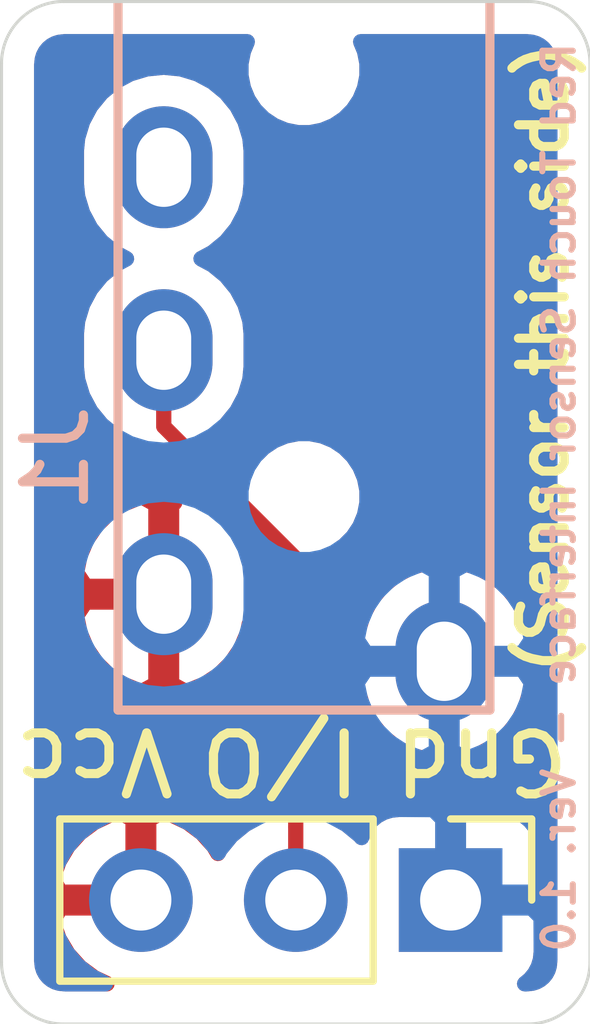
<source format=kicad_pcb>
(kicad_pcb (version 20171130) (host pcbnew 5.1.5-52549c5~84~ubuntu16.04.1)

  (general
    (thickness 1)
    (drawings 13)
    (tracks 5)
    (zones 0)
    (modules 2)
    (nets 5)
  )

  (page USLetter)
  (title_block
    (title "Mini Touch Sensor  Interface Board")
    (date 2019-07-24)
    (rev 1.0)
    (comment 1 "Copyright 2019 Don Haig (accessible.aac at gmail dot com)")
    (comment 2 http://creativecommons.org/licenses/by-sa/4.0/)
    (comment 3 "Creative Commons Attribution-ShareAlike 4.0 International License")
    (comment 4 "This work is licensed under a:")
  )

  (layers
    (0 F.Cu signal hide)
    (31 B.Cu signal hide)
    (32 B.Adhes user)
    (33 F.Adhes user)
    (34 B.Paste user)
    (35 F.Paste user)
    (36 B.SilkS user)
    (37 F.SilkS user)
    (38 B.Mask user)
    (39 F.Mask user)
    (40 Dwgs.User user)
    (41 Cmts.User user)
    (42 Eco1.User user)
    (43 Eco2.User user)
    (44 Edge.Cuts user)
    (45 Margin user)
    (46 B.CrtYd user)
    (47 F.CrtYd user)
    (48 B.Fab user)
    (49 F.Fab user)
  )

  (setup
    (last_trace_width 0.25)
    (trace_clearance 0.2)
    (zone_clearance 0.508)
    (zone_45_only no)
    (trace_min 0.2)
    (via_size 0.8)
    (via_drill 0.4)
    (via_min_size 0.4)
    (via_min_drill 0.3)
    (uvia_size 0.3)
    (uvia_drill 0.1)
    (uvias_allowed no)
    (uvia_min_size 0.2)
    (uvia_min_drill 0.1)
    (edge_width 0.05)
    (segment_width 0.2)
    (pcb_text_width 0.3)
    (pcb_text_size 1.5 1.5)
    (mod_edge_width 0.12)
    (mod_text_size 1 1)
    (mod_text_width 0.15)
    (pad_size 1.524 1.524)
    (pad_drill 0.762)
    (pad_to_mask_clearance 0.051)
    (solder_mask_min_width 0.25)
    (aux_axis_origin 0 0)
    (visible_elements FFFFFF7F)
    (pcbplotparams
      (layerselection 0x010fc_ffffffff)
      (usegerberextensions true)
      (usegerberattributes false)
      (usegerberadvancedattributes false)
      (creategerberjobfile false)
      (excludeedgelayer true)
      (linewidth 0.100000)
      (plotframeref false)
      (viasonmask false)
      (mode 1)
      (useauxorigin false)
      (hpglpennumber 1)
      (hpglpenspeed 20)
      (hpglpendiameter 15.000000)
      (psnegative false)
      (psa4output false)
      (plotreference true)
      (plotvalue true)
      (plotinvisibletext false)
      (padsonsilk false)
      (subtractmaskfromsilk false)
      (outputformat 1)
      (mirror false)
      (drillshape 0)
      (scaleselection 1)
      (outputdirectory "gerber/"))
  )

  (net 0 "")
  (net 1 GND)
  (net 2 +5V)
  (net 3 /Signal)
  (net 4 "Net-(J1-Pad2)")

  (net_class Default "This is the default net class."
    (clearance 0.2)
    (trace_width 0.25)
    (via_dia 0.8)
    (via_drill 0.4)
    (uvia_dia 0.3)
    (uvia_drill 0.1)
    (add_net +5V)
    (add_net /Signal)
    (add_net GND)
    (add_net "Net-(J1-Pad2)")
  )

  (module dbh_kicad_library:Red_Touch_Module (layer F.Cu) (tedit 5D38829B) (tstamp 5D388371)
    (at 137.922 113.284 270)
    (descr "Through hole straight pin header, 1x03, 2.54mm pitch, single row")
    (tags "Through hole pin header THT 1x03 2.54mm single row")
    (path /5D38CCA9)
    (fp_text reference S1 (at 0 -2.33 90) (layer F.SilkS) hide
      (effects (font (size 1 1) (thickness 0.15)))
    )
    (fp_text value red_touch_sensor (at -6.858 8.128 90) (layer F.Fab)
      (effects (font (size 1 1) (thickness 0.15)))
    )
    (fp_text user %R (at 0 2.54) (layer F.Fab)
      (effects (font (size 1 1) (thickness 0.15)))
    )
    (fp_line (start 1.8 -1.8) (end -1.8 -1.8) (layer F.CrtYd) (width 0.05))
    (fp_line (start 1.8 6.85) (end 1.8 -1.8) (layer F.CrtYd) (width 0.05))
    (fp_line (start -1.8 6.85) (end 1.8 6.85) (layer F.CrtYd) (width 0.05))
    (fp_line (start -1.8 -1.8) (end -1.8 6.85) (layer F.CrtYd) (width 0.05))
    (fp_line (start -1.33 -1.33) (end 0 -1.33) (layer F.SilkS) (width 0.12))
    (fp_line (start -1.33 0) (end -1.33 -1.33) (layer F.SilkS) (width 0.12))
    (fp_line (start -1.33 1.27) (end 1.33 1.27) (layer F.SilkS) (width 0.12))
    (fp_line (start 1.33 1.27) (end 1.33 6.41) (layer F.SilkS) (width 0.12))
    (fp_line (start -1.33 1.27) (end -1.33 6.41) (layer F.SilkS) (width 0.12))
    (fp_line (start -1.33 6.41) (end 1.33 6.41) (layer F.SilkS) (width 0.12))
    (fp_line (start -1.27 -0.635) (end -0.635 -1.27) (layer F.Fab) (width 0.1))
    (fp_line (start -1.27 6.35) (end -1.27 -0.635) (layer F.Fab) (width 0.1))
    (fp_line (start 1.27 6.35) (end -1.27 6.35) (layer F.Fab) (width 0.1))
    (fp_line (start 1.27 -1.27) (end 1.27 6.35) (layer F.Fab) (width 0.1))
    (fp_line (start -0.635 -1.27) (end 1.27 -1.27) (layer F.Fab) (width 0.1))
    (pad 3 thru_hole oval (at 0 5.08 270) (size 1.7 1.7) (drill 1) (layers *.Cu *.Mask)
      (net 2 +5V))
    (pad 2 thru_hole oval (at 0 2.54 270) (size 1.7 1.7) (drill 1) (layers *.Cu *.Mask)
      (net 3 /Signal))
    (pad 1 thru_hole rect (at 0 0 270) (size 1.7 1.7) (drill 1) (layers *.Cu *.Mask)
      (net 1 GND))
    (model /home/don/kicad/libraries/dbh_kicad_library/3D_models/red_touch_sensor/red_touch_sensor.wrl
      (offset (xyz -6.1 -2.55 2.6))
      (scale (xyz 0.4 0.4 0.4))
      (rotate (xyz 0 0 90))
    )
  )

  (module dbh_kicad_library:PJ-320A (layer B.Cu) (tedit 5C8461F3) (tstamp 5CAE529D)
    (at 133.477 101.219 270)
    (path /5CAF3F7B)
    (fp_text reference J1 (at 4.826 2.032 90) (layer B.SilkS)
      (effects (font (size 1 1) (thickness 0.15)) (justify mirror))
    )
    (fp_text value PJ320A (at 1.48 -3.97 90) (layer B.Fab)
      (effects (font (size 1 1) (thickness 0.15)) (justify mirror))
    )
    (fp_line (start -5.15 0.76) (end -5.15 -4.84) (layer B.SilkS) (width 0.15))
    (fp_line (start -3.15 -4.84) (end -5.15 -4.84) (layer B.SilkS) (width 0.15))
    (fp_line (start -3.15 0.76) (end -5.15 0.76) (layer B.SilkS) (width 0.15))
    (fp_line (start -3.15 -5.09) (end 8.95 -5.09) (layer B.SilkS) (width 0.15))
    (fp_line (start -3.15 1.01) (end 8.95 1.01) (layer B.SilkS) (width 0.15))
    (fp_line (start 8.95 1.01) (end 8.95 -5.09) (layer B.SilkS) (width 0.15))
    (fp_line (start -3.15 1.01) (end -3.15 -5.09) (layer B.SilkS) (width 0.15))
    (pad 5 thru_hole oval (at 8.15 -4.34 180) (size 1.6 2) (drill oval 0.9 1.3) (layers *.Cu *.Mask)
      (net 1 GND))
    (pad 4 thru_hole oval (at 7.05 0.26 180) (size 1.6 2) (drill oval 0.9 1.3) (layers *.Cu *.Mask)
      (net 2 +5V))
    (pad 2 thru_hole oval (at 0.05 0.26 180) (size 1.6 2) (drill oval 0.9 1.3) (layers *.Cu *.Mask)
      (net 4 "Net-(J1-Pad2)"))
    (pad "" np_thru_hole circle (at 5.45 -2.04 180) (size 0.8 0.8) (drill 0.8) (layers *.Cu *.Mask))
    (pad "" np_thru_hole circle (at -1.55 -2.04 180) (size 0.8 0.8) (drill 0.8) (layers *.Cu *.Mask))
    (pad 3 thru_hole oval (at 3.05 0.26 180) (size 1.6 2) (drill oval 0.9 1.3) (layers *.Cu *.Mask)
      (net 3 /Signal))
    (model /home/don/projects/github/Accessible-AAC/Hardware/KiCad_libraries/3D_models/pj320a.wrl
      (offset (xyz -3.35 -2 0))
      (scale (xyz 1 1 1))
      (rotate (xyz 0 0 90))
    )
    (model /home/don/kicad/libraries/dbh_kicad_library/3D_models/pj320a/pj320a.wrl
      (offset (xyz -3.35 -2.1 0))
      (scale (xyz 1 1 1))
      (rotate (xyz 0 0 0))
    )
  )

  (gr_line (start 140.208 114.3) (end 140.208 99.568) (layer Edge.Cuts) (width 0.05) (tstamp 5D388A11))
  (gr_line (start 130.556 114.3) (end 130.556 99.568) (layer Edge.Cuts) (width 0.05))
  (gr_text "Red Touch Sensor Interface - Ver. 1.0" (at 139.7 106.68 90) (layer B.SilkS)
    (effects (font (size 0.5 0.5) (thickness 0.1)) (justify mirror))
  )
  (gr_text "(Sensor this side)" (at 139.446 104.394 90) (layer F.SilkS)
    (effects (font (size 0.75 0.75) (thickness 0.15)))
  )
  (gr_line (start 131.572 98.552) (end 139.192 98.552) (layer Edge.Cuts) (width 0.05) (tstamp 5D388494))
  (gr_line (start 131.572 115.316) (end 139.192 115.316) (layer Edge.Cuts) (width 0.05) (tstamp 5D38844D))
  (gr_arc (start 131.572 114.3) (end 130.556 114.3) (angle -90) (layer Edge.Cuts) (width 0.05) (tstamp 5CAEDDB8))
  (gr_text Vcc (at 132.08 110.998 180) (layer F.SilkS)
    (effects (font (size 1 1) (thickness 0.15)))
  )
  (gr_text I/O (at 135.128 110.998 180) (layer F.SilkS)
    (effects (font (size 1 1) (thickness 0.15)))
  )
  (gr_text Gnd (at 138.43 110.998 180) (layer F.SilkS)
    (effects (font (size 1 1) (thickness 0.15)))
  )
  (gr_arc (start 139.192 99.568) (end 140.208 99.568) (angle -90) (layer Edge.Cuts) (width 0.05) (tstamp 5CAE54A4))
  (gr_arc (start 139.192 114.3) (end 139.192 115.316) (angle -90) (layer Edge.Cuts) (width 0.05) (tstamp 5CAE54A1))
  (gr_arc (start 131.572 99.568) (end 131.572 98.552) (angle -90) (layer Edge.Cuts) (width 0.05))

  (segment (start 133.318 104.88) (end 133.118 104.88) (width 0.25) (layer F.Cu) (net 3) (status 30))
  (segment (start 135.382 112.081919) (end 135.382 113.284) (width 0.25) (layer F.Cu) (net 3))
  (segment (start 135.382 107.684) (end 135.382 112.081919) (width 0.25) (layer F.Cu) (net 3))
  (segment (start 133.217 105.519) (end 135.382 107.684) (width 0.25) (layer F.Cu) (net 3))
  (segment (start 133.217 104.269) (end 133.217 105.519) (width 0.25) (layer F.Cu) (net 3))

  (zone (net 2) (net_name +5V) (layer F.Cu) (tstamp 0) (hatch edge 0.508)
    (connect_pads (clearance 0.508))
    (min_thickness 0.254)
    (fill yes (arc_segments 32) (thermal_gap 0.508) (thermal_bridge_width 0.508))
    (polygon
      (pts
        (xy 131.572 98.679) (xy 139.192 98.679) (xy 139.573 98.806) (xy 139.827 99.06) (xy 140.081 99.441)
        (xy 140.081 114.3) (xy 139.954 114.681) (xy 139.573 115.062) (xy 139.192 115.189) (xy 131.445 115.189)
        (xy 130.937 114.935) (xy 130.683 114.427) (xy 130.683 99.314) (xy 131.064 98.806)
      )
    )
    (filled_polygon
      (pts
        (xy 134.521774 99.367102) (xy 134.482 99.567061) (xy 134.482 99.770939) (xy 134.521774 99.970898) (xy 134.599795 100.159256)
        (xy 134.713063 100.328774) (xy 134.857226 100.472937) (xy 135.026744 100.586205) (xy 135.215102 100.664226) (xy 135.415061 100.704)
        (xy 135.618939 100.704) (xy 135.818898 100.664226) (xy 136.007256 100.586205) (xy 136.176774 100.472937) (xy 136.320937 100.328774)
        (xy 136.434205 100.159256) (xy 136.512226 99.970898) (xy 136.552 99.770939) (xy 136.552 99.567061) (xy 136.512226 99.367102)
        (xy 136.44798 99.212) (xy 139.159719 99.212) (xy 139.260533 99.221885) (xy 139.326457 99.241789) (xy 139.387255 99.274115)
        (xy 139.440619 99.317639) (xy 139.484512 99.370696) (xy 139.517266 99.431271) (xy 139.537628 99.497053) (xy 139.548001 99.59574)
        (xy 139.548 114.267719) (xy 139.538115 114.368531) (xy 139.518211 114.434458) (xy 139.485885 114.495255) (xy 139.442362 114.548618)
        (xy 139.3893 114.592515) (xy 139.328727 114.625266) (xy 139.262947 114.645628) (xy 139.164269 114.656) (xy 139.136896 114.656)
        (xy 139.223185 114.585185) (xy 139.302537 114.488494) (xy 139.361502 114.37818) (xy 139.397812 114.258482) (xy 139.410072 114.134)
        (xy 139.410072 112.434) (xy 139.397812 112.309518) (xy 139.361502 112.18982) (xy 139.302537 112.079506) (xy 139.223185 111.982815)
        (xy 139.126494 111.903463) (xy 139.01618 111.844498) (xy 138.896482 111.808188) (xy 138.772 111.795928) (xy 137.072 111.795928)
        (xy 136.947518 111.808188) (xy 136.82782 111.844498) (xy 136.717506 111.903463) (xy 136.620815 111.982815) (xy 136.541463 112.079506)
        (xy 136.482498 112.18982) (xy 136.461607 112.258687) (xy 136.437134 112.228866) (xy 136.211014 112.043294) (xy 136.142 112.006405)
        (xy 136.142 109.098508) (xy 136.382 109.098508) (xy 136.382 109.639491) (xy 136.402764 109.850308) (xy 136.484818 110.120807)
        (xy 136.618068 110.3701) (xy 136.797392 110.588607) (xy 137.015899 110.767932) (xy 137.265192 110.901182) (xy 137.535691 110.983236)
        (xy 137.817 111.010943) (xy 138.098308 110.983236) (xy 138.368807 110.901182) (xy 138.6181 110.767932) (xy 138.836607 110.588608)
        (xy 139.015932 110.370101) (xy 139.149182 110.120808) (xy 139.231236 109.850309) (xy 139.252 109.639492) (xy 139.252 109.098509)
        (xy 139.231236 108.887692) (xy 139.149182 108.617193) (xy 139.015932 108.367899) (xy 138.836608 108.149392) (xy 138.618101 107.970068)
        (xy 138.368808 107.836818) (xy 138.098309 107.754764) (xy 137.817 107.727057) (xy 137.535692 107.754764) (xy 137.265193 107.836818)
        (xy 137.0159 107.970068) (xy 136.797393 108.149392) (xy 136.618068 108.367899) (xy 136.484818 108.617192) (xy 136.402764 108.887691)
        (xy 136.382 109.098508) (xy 136.142 109.098508) (xy 136.142 107.721322) (xy 136.145676 107.683999) (xy 136.142 107.646676)
        (xy 136.142 107.646667) (xy 136.131003 107.535014) (xy 136.12306 107.508828) (xy 136.176774 107.472937) (xy 136.320937 107.328774)
        (xy 136.434205 107.159256) (xy 136.512226 106.970898) (xy 136.552 106.770939) (xy 136.552 106.567061) (xy 136.512226 106.367102)
        (xy 136.434205 106.178744) (xy 136.320937 106.009226) (xy 136.176774 105.865063) (xy 136.007256 105.751795) (xy 135.818898 105.673774)
        (xy 135.618939 105.634) (xy 135.415061 105.634) (xy 135.215102 105.673774) (xy 135.026744 105.751795) (xy 134.857226 105.865063)
        (xy 134.747545 105.974744) (xy 134.247787 105.474986) (xy 134.415932 105.270101) (xy 134.549182 105.020808) (xy 134.631236 104.750309)
        (xy 134.652 104.539492) (xy 134.652 103.998509) (xy 134.631236 103.787692) (xy 134.549182 103.517193) (xy 134.415932 103.267899)
        (xy 134.236608 103.049392) (xy 134.018101 102.870068) (xy 133.829016 102.769) (xy 134.0181 102.667932) (xy 134.236607 102.488608)
        (xy 134.415932 102.270101) (xy 134.549182 102.020808) (xy 134.631236 101.750309) (xy 134.652 101.539492) (xy 134.652 100.998509)
        (xy 134.631236 100.787692) (xy 134.549182 100.517193) (xy 134.415932 100.267899) (xy 134.236608 100.049392) (xy 134.018101 99.870068)
        (xy 133.768808 99.736818) (xy 133.498309 99.654764) (xy 133.217 99.627057) (xy 132.935692 99.654764) (xy 132.665193 99.736818)
        (xy 132.4159 99.870068) (xy 132.197393 100.049392) (xy 132.018068 100.267899) (xy 131.884818 100.517192) (xy 131.802764 100.787691)
        (xy 131.782 100.998508) (xy 131.782 101.539491) (xy 131.802764 101.750308) (xy 131.884818 102.020807) (xy 132.018068 102.2701)
        (xy 132.197392 102.488607) (xy 132.415899 102.667932) (xy 132.604984 102.769) (xy 132.4159 102.870068) (xy 132.197393 103.049392)
        (xy 132.018068 103.267899) (xy 131.884818 103.517192) (xy 131.802764 103.787691) (xy 131.782 103.998508) (xy 131.782 104.539491)
        (xy 131.802764 104.750308) (xy 131.884818 105.020807) (xy 132.018068 105.2701) (xy 132.197392 105.488607) (xy 132.415899 105.667932)
        (xy 132.478061 105.701158) (xy 132.511454 105.811246) (xy 132.582026 105.943276) (xy 132.653201 106.030002) (xy 132.677 106.059001)
        (xy 132.705998 106.082799) (xy 133.394525 106.771326) (xy 133.344 106.799085) (xy 133.344 108.142) (xy 133.364 108.142)
        (xy 133.364 108.396) (xy 133.344 108.396) (xy 133.344 109.738915) (xy 133.566039 109.860904) (xy 133.62373 109.850444)
        (xy 133.885421 109.744551) (xy 134.121425 109.589639) (xy 134.322673 109.391662) (xy 134.48143 109.158227) (xy 134.591596 108.898306)
        (xy 134.622 108.751739) (xy 134.622001 112.006405) (xy 134.552986 112.043294) (xy 134.326866 112.228866) (xy 134.141294 112.454986)
        (xy 134.106799 112.519523) (xy 134.037178 112.402645) (xy 133.842269 112.186412) (xy 133.60892 112.012359) (xy 133.346099 111.887175)
        (xy 133.19889 111.842524) (xy 132.969 111.963845) (xy 132.969 113.157) (xy 132.989 113.157) (xy 132.989 113.411)
        (xy 132.969 113.411) (xy 132.969 113.431) (xy 132.715 113.431) (xy 132.715 113.411) (xy 131.521186 113.411)
        (xy 131.400519 113.640891) (xy 131.497843 113.915252) (xy 131.646822 114.165355) (xy 131.841731 114.381588) (xy 132.07508 114.555641)
        (xy 132.285781 114.656) (xy 131.604281 114.656) (xy 131.503469 114.646115) (xy 131.437542 114.626211) (xy 131.376745 114.593885)
        (xy 131.323382 114.550362) (xy 131.279485 114.4973) (xy 131.246734 114.436727) (xy 131.226372 114.370947) (xy 131.216 114.272269)
        (xy 131.216 112.927109) (xy 131.400519 112.927109) (xy 131.521186 113.157) (xy 132.715 113.157) (xy 132.715 111.963845)
        (xy 132.48511 111.842524) (xy 132.337901 111.887175) (xy 132.07508 112.012359) (xy 131.841731 112.186412) (xy 131.646822 112.402645)
        (xy 131.497843 112.652748) (xy 131.400519 112.927109) (xy 131.216 112.927109) (xy 131.216 108.621887) (xy 131.785063 108.621887)
        (xy 131.842404 108.898306) (xy 131.95257 109.158227) (xy 132.111327 109.391662) (xy 132.312575 109.589639) (xy 132.548579 109.744551)
        (xy 132.81027 109.850444) (xy 132.867961 109.860904) (xy 133.09 109.738915) (xy 133.09 108.396) (xy 131.937526 108.396)
        (xy 131.785063 108.621887) (xy 131.216 108.621887) (xy 131.216 107.916113) (xy 131.785063 107.916113) (xy 131.937526 108.142)
        (xy 133.09 108.142) (xy 133.09 106.799085) (xy 132.867961 106.677096) (xy 132.81027 106.687556) (xy 132.548579 106.793449)
        (xy 132.312575 106.948361) (xy 132.111327 107.146338) (xy 131.95257 107.379773) (xy 131.842404 107.639694) (xy 131.785063 107.916113)
        (xy 131.216 107.916113) (xy 131.216 99.600281) (xy 131.225885 99.499467) (xy 131.245789 99.433543) (xy 131.278115 99.372745)
        (xy 131.321639 99.319381) (xy 131.374696 99.275488) (xy 131.435271 99.242734) (xy 131.501053 99.222372) (xy 131.59973 99.212)
        (xy 134.58602 99.212)
      )
    )
  )
  (zone (net 1) (net_name GND) (layer B.Cu) (tstamp 0) (hatch edge 0.508)
    (connect_pads (clearance 0.508))
    (min_thickness 0.254)
    (fill yes (arc_segments 32) (thermal_gap 0.508) (thermal_bridge_width 0.508))
    (polygon
      (pts
        (xy 131.445 115.189) (xy 130.937 114.935) (xy 130.683 114.427) (xy 130.683 99.314) (xy 131.064 98.806)
        (xy 131.572 98.679) (xy 139.192 98.679) (xy 139.573 98.806) (xy 139.827 99.06) (xy 140.081 99.441)
        (xy 140.081 114.3) (xy 139.954 114.681) (xy 139.573 115.062) (xy 139.192 115.189)
      )
    )
    (filled_polygon
      (pts
        (xy 134.521774 99.367102) (xy 134.482 99.567061) (xy 134.482 99.770939) (xy 134.521774 99.970898) (xy 134.599795 100.159256)
        (xy 134.713063 100.328774) (xy 134.857226 100.472937) (xy 135.026744 100.586205) (xy 135.215102 100.664226) (xy 135.415061 100.704)
        (xy 135.618939 100.704) (xy 135.818898 100.664226) (xy 136.007256 100.586205) (xy 136.176774 100.472937) (xy 136.320937 100.328774)
        (xy 136.434205 100.159256) (xy 136.512226 99.970898) (xy 136.552 99.770939) (xy 136.552 99.567061) (xy 136.512226 99.367102)
        (xy 136.44798 99.212) (xy 139.159719 99.212) (xy 139.260533 99.221885) (xy 139.326457 99.241789) (xy 139.387255 99.274115)
        (xy 139.440619 99.317639) (xy 139.484512 99.370696) (xy 139.517266 99.431271) (xy 139.537628 99.497053) (xy 139.548001 99.59574)
        (xy 139.548 114.267719) (xy 139.538115 114.368531) (xy 139.518211 114.434458) (xy 139.485885 114.495255) (xy 139.442362 114.548618)
        (xy 139.3893 114.592515) (xy 139.328727 114.625266) (xy 139.262947 114.645628) (xy 139.164269 114.656) (xy 139.136896 114.656)
        (xy 139.223185 114.585185) (xy 139.302537 114.488494) (xy 139.361502 114.37818) (xy 139.397812 114.258482) (xy 139.410072 114.134)
        (xy 139.407 113.56975) (xy 139.24825 113.411) (xy 138.049 113.411) (xy 138.049 113.431) (xy 137.795 113.431)
        (xy 137.795 113.411) (xy 137.775 113.411) (xy 137.775 113.157) (xy 137.795 113.157) (xy 137.795 111.95775)
        (xy 138.049 111.95775) (xy 138.049 113.157) (xy 139.24825 113.157) (xy 139.407 112.99825) (xy 139.410072 112.434)
        (xy 139.397812 112.309518) (xy 139.361502 112.18982) (xy 139.302537 112.079506) (xy 139.223185 111.982815) (xy 139.126494 111.903463)
        (xy 139.01618 111.844498) (xy 138.896482 111.808188) (xy 138.772 111.795928) (xy 138.20775 111.799) (xy 138.049 111.95775)
        (xy 137.795 111.95775) (xy 137.63625 111.799) (xy 137.072 111.795928) (xy 136.947518 111.808188) (xy 136.82782 111.844498)
        (xy 136.717506 111.903463) (xy 136.620815 111.982815) (xy 136.541463 112.079506) (xy 136.482498 112.18982) (xy 136.461607 112.258687)
        (xy 136.437134 112.228866) (xy 136.211014 112.043294) (xy 135.953034 111.905401) (xy 135.673111 111.820487) (xy 135.45495 111.799)
        (xy 135.30905 111.799) (xy 135.090889 111.820487) (xy 134.810966 111.905401) (xy 134.552986 112.043294) (xy 134.326866 112.228866)
        (xy 134.141294 112.454986) (xy 134.112 112.509791) (xy 134.082706 112.454986) (xy 133.897134 112.228866) (xy 133.671014 112.043294)
        (xy 133.413034 111.905401) (xy 133.133111 111.820487) (xy 132.91495 111.799) (xy 132.76905 111.799) (xy 132.550889 111.820487)
        (xy 132.270966 111.905401) (xy 132.012986 112.043294) (xy 131.786866 112.228866) (xy 131.601294 112.454986) (xy 131.463401 112.712966)
        (xy 131.378487 112.992889) (xy 131.349815 113.284) (xy 131.378487 113.575111) (xy 131.463401 113.855034) (xy 131.601294 114.113014)
        (xy 131.786866 114.339134) (xy 132.012986 114.524706) (xy 132.25862 114.656) (xy 131.604281 114.656) (xy 131.503469 114.646115)
        (xy 131.437542 114.626211) (xy 131.376745 114.593885) (xy 131.323382 114.550362) (xy 131.279485 114.4973) (xy 131.246734 114.436727)
        (xy 131.226372 114.370947) (xy 131.216 114.272269) (xy 131.216 107.998508) (xy 131.782 107.998508) (xy 131.782 108.539491)
        (xy 131.802764 108.750308) (xy 131.884818 109.020807) (xy 132.018068 109.2701) (xy 132.197392 109.488607) (xy 132.415899 109.667932)
        (xy 132.665192 109.801182) (xy 132.935691 109.883236) (xy 133.217 109.910943) (xy 133.498308 109.883236) (xy 133.768807 109.801182)
        (xy 133.917157 109.721887) (xy 136.385063 109.721887) (xy 136.442404 109.998306) (xy 136.55257 110.258227) (xy 136.711327 110.491662)
        (xy 136.912575 110.689639) (xy 137.148579 110.844551) (xy 137.41027 110.950444) (xy 137.467961 110.960904) (xy 137.69 110.838915)
        (xy 137.69 109.496) (xy 137.944 109.496) (xy 137.944 110.838915) (xy 138.166039 110.960904) (xy 138.22373 110.950444)
        (xy 138.485421 110.844551) (xy 138.721425 110.689639) (xy 138.922673 110.491662) (xy 139.08143 110.258227) (xy 139.191596 109.998306)
        (xy 139.248937 109.721887) (xy 139.096474 109.496) (xy 137.944 109.496) (xy 137.69 109.496) (xy 136.537526 109.496)
        (xy 136.385063 109.721887) (xy 133.917157 109.721887) (xy 134.0181 109.667932) (xy 134.236607 109.488608) (xy 134.415932 109.270101)
        (xy 134.549182 109.020808) (xy 134.550606 109.016113) (xy 136.385063 109.016113) (xy 136.537526 109.242) (xy 137.69 109.242)
        (xy 137.69 107.899085) (xy 137.944 107.899085) (xy 137.944 109.242) (xy 139.096474 109.242) (xy 139.248937 109.016113)
        (xy 139.191596 108.739694) (xy 139.08143 108.479773) (xy 138.922673 108.246338) (xy 138.721425 108.048361) (xy 138.485421 107.893449)
        (xy 138.22373 107.787556) (xy 138.166039 107.777096) (xy 137.944 107.899085) (xy 137.69 107.899085) (xy 137.467961 107.777096)
        (xy 137.41027 107.787556) (xy 137.148579 107.893449) (xy 136.912575 108.048361) (xy 136.711327 108.246338) (xy 136.55257 108.479773)
        (xy 136.442404 108.739694) (xy 136.385063 109.016113) (xy 134.550606 109.016113) (xy 134.631236 108.750309) (xy 134.652 108.539492)
        (xy 134.652 107.998509) (xy 134.631236 107.787692) (xy 134.549182 107.517193) (xy 134.415932 107.267899) (xy 134.236608 107.049392)
        (xy 134.018101 106.870068) (xy 133.768808 106.736818) (xy 133.498309 106.654764) (xy 133.217 106.627057) (xy 132.935692 106.654764)
        (xy 132.665193 106.736818) (xy 132.4159 106.870068) (xy 132.197393 107.049392) (xy 132.018068 107.267899) (xy 131.884818 107.517192)
        (xy 131.802764 107.787691) (xy 131.782 107.998508) (xy 131.216 107.998508) (xy 131.216 106.567061) (xy 134.482 106.567061)
        (xy 134.482 106.770939) (xy 134.521774 106.970898) (xy 134.599795 107.159256) (xy 134.713063 107.328774) (xy 134.857226 107.472937)
        (xy 135.026744 107.586205) (xy 135.215102 107.664226) (xy 135.415061 107.704) (xy 135.618939 107.704) (xy 135.818898 107.664226)
        (xy 136.007256 107.586205) (xy 136.176774 107.472937) (xy 136.320937 107.328774) (xy 136.434205 107.159256) (xy 136.512226 106.970898)
        (xy 136.552 106.770939) (xy 136.552 106.567061) (xy 136.512226 106.367102) (xy 136.434205 106.178744) (xy 136.320937 106.009226)
        (xy 136.176774 105.865063) (xy 136.007256 105.751795) (xy 135.818898 105.673774) (xy 135.618939 105.634) (xy 135.415061 105.634)
        (xy 135.215102 105.673774) (xy 135.026744 105.751795) (xy 134.857226 105.865063) (xy 134.713063 106.009226) (xy 134.599795 106.178744)
        (xy 134.521774 106.367102) (xy 134.482 106.567061) (xy 131.216 106.567061) (xy 131.216 100.998508) (xy 131.782 100.998508)
        (xy 131.782 101.539491) (xy 131.802764 101.750308) (xy 131.884818 102.020807) (xy 132.018068 102.2701) (xy 132.197392 102.488607)
        (xy 132.415899 102.667932) (xy 132.604984 102.769) (xy 132.4159 102.870068) (xy 132.197393 103.049392) (xy 132.018068 103.267899)
        (xy 131.884818 103.517192) (xy 131.802764 103.787691) (xy 131.782 103.998508) (xy 131.782 104.539491) (xy 131.802764 104.750308)
        (xy 131.884818 105.020807) (xy 132.018068 105.2701) (xy 132.197392 105.488607) (xy 132.415899 105.667932) (xy 132.665192 105.801182)
        (xy 132.935691 105.883236) (xy 133.217 105.910943) (xy 133.498308 105.883236) (xy 133.768807 105.801182) (xy 134.0181 105.667932)
        (xy 134.236607 105.488608) (xy 134.415932 105.270101) (xy 134.549182 105.020808) (xy 134.631236 104.750309) (xy 134.652 104.539492)
        (xy 134.652 103.998509) (xy 134.631236 103.787692) (xy 134.549182 103.517193) (xy 134.415932 103.267899) (xy 134.236608 103.049392)
        (xy 134.018101 102.870068) (xy 133.829016 102.769) (xy 134.0181 102.667932) (xy 134.236607 102.488608) (xy 134.415932 102.270101)
        (xy 134.549182 102.020808) (xy 134.631236 101.750309) (xy 134.652 101.539492) (xy 134.652 100.998509) (xy 134.631236 100.787692)
        (xy 134.549182 100.517193) (xy 134.415932 100.267899) (xy 134.236608 100.049392) (xy 134.018101 99.870068) (xy 133.768808 99.736818)
        (xy 133.498309 99.654764) (xy 133.217 99.627057) (xy 132.935692 99.654764) (xy 132.665193 99.736818) (xy 132.4159 99.870068)
        (xy 132.197393 100.049392) (xy 132.018068 100.267899) (xy 131.884818 100.517192) (xy 131.802764 100.787691) (xy 131.782 100.998508)
        (xy 131.216 100.998508) (xy 131.216 99.600281) (xy 131.225885 99.499467) (xy 131.245789 99.433543) (xy 131.278115 99.372745)
        (xy 131.321639 99.319381) (xy 131.374696 99.275488) (xy 131.435271 99.242734) (xy 131.501053 99.222372) (xy 131.59973 99.212)
        (xy 134.58602 99.212)
      )
    )
  )
)

</source>
